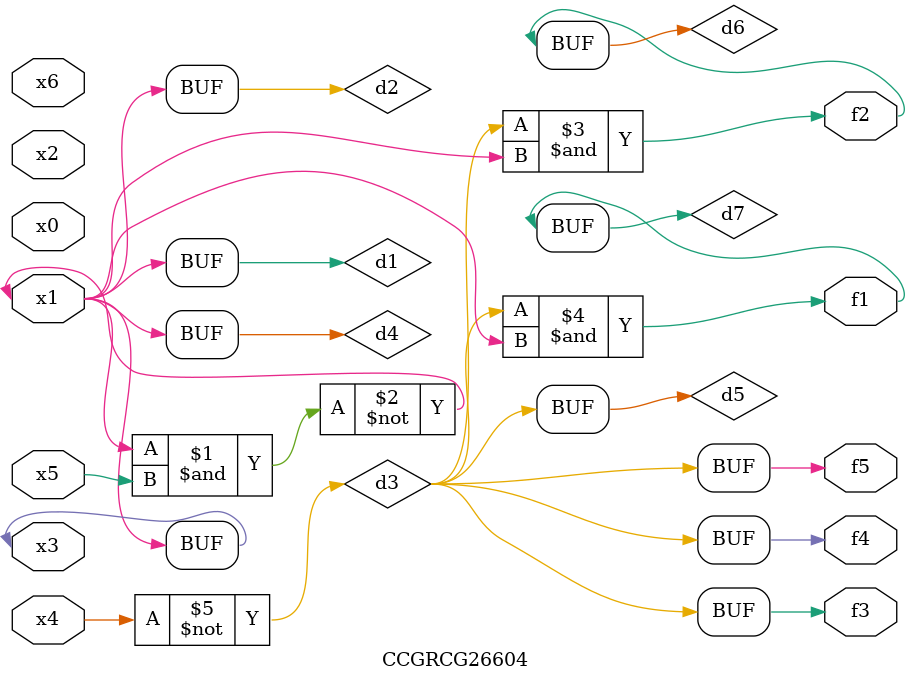
<source format=v>
module CCGRCG26604(
	input x0, x1, x2, x3, x4, x5, x6,
	output f1, f2, f3, f4, f5
);

	wire d1, d2, d3, d4, d5, d6, d7;

	buf (d1, x1, x3);
	nand (d2, x1, x5);
	not (d3, x4);
	buf (d4, d1, d2);
	buf (d5, d3);
	and (d6, d3, d4);
	and (d7, d3, d4);
	assign f1 = d7;
	assign f2 = d6;
	assign f3 = d5;
	assign f4 = d5;
	assign f5 = d5;
endmodule

</source>
